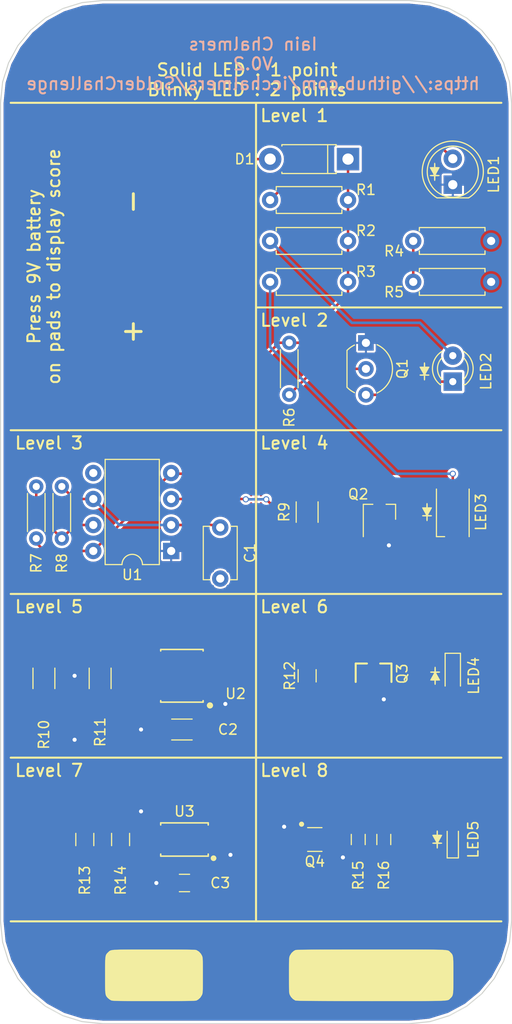
<source format=kicad_pcb>
(kicad_pcb (version 20171130) (host pcbnew "(5.0.0)")
  (layers (0 F.Cu signal) (31 B.Cu signal) (34 B.Paste user) (35 F.Paste user) (36 B.SilkS user) (37 F.SilkS user) (38 B.Mask user) (39 F.Mask user) (44 Edge.Cuts user))
  (net 0 "")
  (net 1 +9V)
  (net 2 GND)
  (net 3 "Net-(C1-Pad1)")
  (net 4 "Net-(C2-Pad1)")
  (net 5 "Net-(C3-Pad1)")
  (net 6 VCC)
  (net 7 "Net-(LED1-Pad2)")
  (net 8 "Net-(LED2-Pad1)")
  (net 9 LED2_Vcc)
  (net 10 "Net-(LED3-Pad1)")
  (net 11 LED3_Vcc)
  (net 12 "Net-(LED4-Pad1)")
  (net 13 LED4_Vcc)
  (net 14 "Net-(LED5-Pad1)")
  (net 15 LED5_Vcc)
  (net 16 "Net-(Q4-Pad2)")
  (net 17 "Net-(Q4-Pad5)")
  (net 18 "Net-(Q1-PadG)")
  (net 19 "Net-(R7-Pad2)")
  (net 20 "Net-(Q2-PadG)")
  (net 21 "Net-(R10-Pad2)")
  (net 22 "Net-(Q3-PadG)")
  (net 23 "Net-(R13-Pad2)")
  (net 24 "Net-(U1-Pad5)")
  (net 25 "Net-(U2-Pad5)")
  (net 26 "Net-(U3-Pad5)")
  (module SolderChallenge:LED_D3.0mm (layer F.Cu) (at 94.25 87.25 90)
    (fp_text reference LED2 (at 1 3.25 270) (layer F.SilkS))
    (fp_text value LED)
    (pad 2 thru_hole circle (at 2.54 0 90) (size 1.8 1.8) (drill 0.7) (layers *.Cu *.Mask) (net 9 LED2_Vcc))
    (pad 1 thru_hole rect (at 0 0 90) (size 1.8 1.8) (drill 0.7) (layers *.Cu *.Mask) (net 8 "Net-(LED2-Pad1)"))
  )
  (module SolderChallenge:D_DO-41_SOD81_P7.62mm_Horizontal (layer F.Cu) (at 84 65.5 180)
    (fp_text reference D1 (at 10.12 0 180) (layer F.SilkS))
    (fp_text value DIODE)
    (pad A thru_hole oval (at 7.62 0 180) (size 2.2 2.2) (drill 1.1) (layers *.Cu *.Mask) (net 1 +9V))
    (pad C thru_hole rect (at 0 0 180) (size 2.2 2.2) (drill 1.1) (layers *.Cu *.Mask) (net 6 VCC))
  )
  (module SolderChallenge:C_Disc_D5.1mm_W3.2mm_P5.00mm (layer F.Cu) (at 71.5 101.5 270)
    (fp_text reference C1 (at 2.5 -2.91 270) (layer F.SilkS))
    (fp_text value 2.2u)
    (pad 1 thru_hole circle (at 0 0 270) (size 1.6 1.6) (drill 0.8) (layers *.Cu *.Mask) (net 3 "Net-(C1-Pad1)"))
    (pad 2 thru_hole circle (at 5 0 270) (size 1.6 1.6) (drill 0.8) (layers *.Cu *.Mask) (net 2 GND))
  )
  (module SolderChallenge:SOIC-8_3.9x4.9mm_Pitch1.27mm (layer F.Cu) (at 67.75 116 180)
    (fp_text reference U2 (at -5.25 -1.75 180) (layer F.SilkS))
    (fp_text value 555)
    (pad 8 smd rect (at 2.7 -1.905 180) (size 1.55 0.6) (layers F.Cu F.Paste F.Mask) (net 6 VCC))
    (pad 7 smd rect (at 2.7 -0.635 180) (size 1.55 0.6) (layers F.Cu F.Paste F.Mask) (net 21 "Net-(R10-Pad2)"))
    (pad 6 smd rect (at 2.7 0.635 180) (size 1.55 0.6) (layers F.Cu F.Paste F.Mask) (net 4 "Net-(C2-Pad1)"))
    (pad 5 smd rect (at 2.7 1.905 180) (size 1.55 0.6) (layers F.Cu F.Paste F.Mask) (net 25 "Net-(U2-Pad5)"))
    (pad 4 smd rect (at -2.7 1.905 180) (size 1.55 0.6) (layers F.Cu F.Paste F.Mask) (net 6 VCC))
    (pad 3 smd rect (at -2.7 0.635 180) (size 1.55 0.6) (layers F.Cu F.Paste F.Mask) (net 22 "Net-(Q3-PadG)"))
    (pad 2 smd rect (at -2.7 -0.635 180) (size 1.55 0.6) (layers F.Cu F.Paste F.Mask) (net 4 "Net-(C2-Pad1)"))
    (pad 1 smd rect (at -2.7 -1.905 180) (size 1.55 0.6) (layers F.Cu F.Paste F.Mask) (net 2 GND))
  )
  (module SolderChallenge:SOT-23_GSD_Nexperia_TO-236AB (layer F.Cu) (at 86.5 115.75 180)
    (fp_text reference Q3 (at -2.8 -0.05 90) (layer F.SilkS))
    (fp_text value MOS_N)
    (pad D smd rect (at 0 1 180) (size 0.6 0.7) (layers F.Cu F.Paste F.Mask) (net 12 "Net-(LED4-Pad1)"))
    (pad G smd rect (at 0.95 -1 180) (size 0.6 0.7) (layers F.Cu F.Paste F.Mask) (net 22 "Net-(Q3-PadG)"))
    (pad S smd rect (at -0.95 -1 180) (size 0.6 0.7) (layers F.Cu F.Paste F.Mask) (net 2 GND))
  )
  (module SolderChallenge:TSSOP-8_4.4x3mm_Pitch0.65mm (layer F.Cu) (at 68 132 180)
    (fp_text reference U3 (at 0 2.75 180) (layer F.SilkS))
    (fp_text value 555)
    (pad 1 smd rect (at -2.95 -0.975 180) (size 1.45 0.45) (layers F.Cu F.Paste F.Mask) (net 2 GND))
    (pad 2 smd rect (at -2.95 -0.325 180) (size 1.45 0.45) (layers F.Cu F.Paste F.Mask) (net 5 "Net-(C3-Pad1)"))
    (pad 3 smd rect (at -2.95 0.325 180) (size 1.45 0.45) (layers F.Cu F.Paste F.Mask) (net 17 "Net-(Q4-Pad5)"))
    (pad 4 smd rect (at -2.95 0.975 180) (size 1.45 0.45) (layers F.Cu F.Paste F.Mask) (net 6 VCC))
    (pad 5 smd rect (at 2.95 0.975 180) (size 1.45 0.45) (layers F.Cu F.Paste F.Mask) (net 26 "Net-(U3-Pad5)"))
    (pad 6 smd rect (at 2.95 0.325 180) (size 1.45 0.45) (layers F.Cu F.Paste F.Mask) (net 5 "Net-(C3-Pad1)"))
    (pad 7 smd rect (at 2.95 -0.325 180) (size 1.45 0.45) (layers F.Cu F.Paste F.Mask) (net 23 "Net-(R13-Pad2)"))
    (pad 8 smd rect (at 2.95 -0.975 180) (size 1.45 0.45) (layers F.Cu F.Paste F.Mask) (net 6 VCC))
  )
  (module SolderChallenge:0803_diode_silk (layer F.Cu) (at 92.5 66.75 270)
    (fp_text reference G*** hide)
    (fp_text value LOGO hide)
  )
  (module SolderChallenge:0803_diode_silk (layer F.Cu) (at 91.5 86.25 270)
    (fp_text reference G*** hide)
    (fp_text value LOGO hide)
  )
  (module SolderChallenge:0803_diode_silk (layer F.Cu) (at 91.75 100 270)
    (fp_text reference G*** hide)
    (fp_text value LOGO hide)
  )
  (module SolderChallenge:0803_diode_silk (layer F.Cu) (at 92.75 132 270)
    (fp_text reference G*** hide)
    (fp_text value LOGO hide)
  )
  (module SolderChallenge:0803_diode_silk (layer F.Cu) (at 92.5 116 90)
    (fp_text reference G*** hide)
    (fp_text value LOGO hide)
  )
  (module SolderChallenge:SOT-363_SC-70-6_Handsoldering (layer F.Cu) (at 80.75 132)
    (fp_text reference Q4 (at 0 2.159) (layer F.SilkS))
    (fp_text value MOS_N_x2 hide)
    (pad 1 smd rect (at -1.33 -0.65) (size 1.5 0.4) (layers F.Cu F.Paste F.Mask) (net 2 GND))
    (pad 2 smd rect (at -1.33 0) (size 1.5 0.4) (layers F.Cu F.Paste F.Mask) (net 16 "Net-(Q4-Pad2)"))
    (pad 3 smd rect (at -1.33 0.65) (size 1.5 0.4) (layers F.Cu F.Paste F.Mask) (net 16 "Net-(Q4-Pad2)"))
    (pad 4 smd rect (at 1.33 0.65) (size 1.5 0.4) (layers F.Cu F.Paste F.Mask) (net 2 GND))
    (pad 5 smd rect (at 1.33 0) (size 1.5 0.4) (layers F.Cu F.Paste F.Mask) (net 17 "Net-(Q4-Pad5)"))
    (pad 6 smd rect (at 1.33 -0.65) (size 1.5 0.4) (layers F.Cu F.Paste F.Mask) (net 14 "Net-(LED5-Pad1)"))
    (pad 7 connect circle (at -1.2954 -1.4986) (size 0.5 0.5) (layers F.SilkS))
  )
  (module SolderChallenge:PointsTime_writing (layer F.Cu) (at 77.25 145.25)
    (fp_text reference G*** hide)
    (fp_text value LOGO hide)
  )
  (module SolderChallenge:PointsTime (layer F.Cu) (at 75 145)
    (fp_text reference G*** hide)
    (fp_text value LOGO hide)
  )
  (module SolderChallenge:Title (layer F.Cu) (at 74.7 53.6)
    (fp_text reference G*** hide)
    (fp_text value LOGO hide)
  )
  (module SolderChallenge:SOT-23_GSD_Handsoldering (layer F.Cu) (at 87.075 100 90)
    (fp_text reference Q2 (at 1.75 -2.075 180) (layer F.SilkS))
    (fp_text value MOS_N hide)
    (pad G smd rect (at -1.5 -0.95 90) (size 1.9 0.8) (layers F.Cu F.Paste F.Mask) (net 20 "Net-(Q2-PadG)"))
    (pad S smd rect (at -1.5 0.95 90) (size 1.9 0.8) (layers F.Cu F.Paste F.Mask) (net 2 GND))
    (pad D smd rect (at 1.5 0 90) (size 1.9 0.8) (layers F.Cu F.Paste F.Mask) (net 10 "Net-(LED3-Pad1)"))
  )
  (module SolderChallenge:DIP-8_W7.62mm (layer F.Cu) (at 66.7 103.8 180)
    (fp_text reference U1 (at 3.81 -2.33 180) (layer F.SilkS))
    (fp_text value 555)
    (pad 1 thru_hole rect (at 0 0 180) (size 1.6 1.6) (drill 0.8) (layers *.Cu *.Mask) (net 2 GND))
    (pad 5 thru_hole oval (at 7.62 7.62 180) (size 1.6 1.6) (drill 0.8) (layers *.Cu *.Mask) (net 24 "Net-(U1-Pad5)"))
    (pad 2 thru_hole oval (at 0 2.54 180) (size 1.6 1.6) (drill 0.8) (layers *.Cu *.Mask) (net 3 "Net-(C1-Pad1)"))
    (pad 6 thru_hole oval (at 7.62 5.08 180) (size 1.6 1.6) (drill 0.8) (layers *.Cu *.Mask) (net 3 "Net-(C1-Pad1)"))
    (pad 3 thru_hole oval (at 0 5.08 180) (size 1.6 1.6) (drill 0.8) (layers *.Cu *.Mask) (net 20 "Net-(Q2-PadG)"))
    (pad 7 thru_hole oval (at 7.62 2.54 180) (size 1.6 1.6) (drill 0.8) (layers *.Cu *.Mask) (net 19 "Net-(R7-Pad2)"))
    (pad 4 thru_hole oval (at 0 7.62 180) (size 1.6 1.6) (drill 0.8) (layers *.Cu *.Mask) (net 6 VCC))
    (pad 8 thru_hole oval (at 7.62 0 180) (size 1.6 1.6) (drill 0.8) (layers *.Cu *.Mask) (net 6 VCC))
  )
  (module SolderChallenge:R_0603_HandSoldering (layer F.Cu) (at 87.5 132 270)
    (fp_text reference R16 (at 3.5 0 270) (layer F.SilkS))
    (fp_text value 100k)
    (pad 1 smd rect (at -1.1 0 270) (size 1.2 0.9) (layers F.Cu F.Paste F.Mask) (net 16 "Net-(Q4-Pad2)"))
    (pad 2 smd rect (at 1.1 0 270) (size 1.2 0.9) (layers F.Cu F.Paste F.Mask) (net 6 VCC))
  )
  (module SolderChallenge:R_0603_HandSoldering (layer F.Cu) (at 85 132 270)
    (fp_text reference R15 (at 3.5 0 270) (layer F.SilkS))
    (fp_text value 100k)
    (pad 1 smd rect (at -1.1 0 270) (size 1.2 0.9) (layers F.Cu F.Paste F.Mask) (net 17 "Net-(Q4-Pad5)"))
    (pad 2 smd rect (at 1.1 0 270) (size 1.2 0.9) (layers F.Cu F.Paste F.Mask) (net 6 VCC))
  )
  (module SolderChallenge:R_0805_HandSoldering (layer F.Cu) (at 61.75 132 90)
    (fp_text reference R14 (at -4 0 90) (layer F.SilkS))
    (fp_text value 100k)
    (pad 1 smd rect (at -1.35 0 90) (size 1.5 1.3) (layers F.Cu F.Paste F.Mask) (net 23 "Net-(R13-Pad2)"))
    (pad 2 smd rect (at 1.35 0 90) (size 1.5 1.3) (layers F.Cu F.Paste F.Mask) (net 5 "Net-(C3-Pad1)"))
  )
  (module SolderChallenge:R_0805_HandSoldering (layer F.Cu) (at 58.25 132 270)
    (fp_text reference R13 (at 4 0 270) (layer F.SilkS))
    (fp_text value 100k)
    (pad 1 smd rect (at -1.35 0 270) (size 1.5 1.3) (layers F.Cu F.Paste F.Mask) (net 6 VCC))
    (pad 2 smd rect (at 1.35 0 270) (size 1.5 1.3) (layers F.Cu F.Paste F.Mask) (net 23 "Net-(R13-Pad2)"))
  )
  (module SolderChallenge:R_0805_HandSoldering (layer F.Cu) (at 80 116 90)
    (fp_text reference R12 (at 0 -1.7 90) (layer F.SilkS))
    (fp_text value 100k)
    (pad 1 smd rect (at -1.35 0 90) (size 1.5 1.3) (layers F.Cu F.Paste F.Mask) (net 22 "Net-(Q3-PadG)"))
    (pad 2 smd rect (at 1.35 0 90) (size 1.5 1.3) (layers F.Cu F.Paste F.Mask) (net 6 VCC))
  )
  (module SolderChallenge:R_1206_HandSoldering (layer F.Cu) (at 59.75 116.25 90)
    (fp_text reference R11 (at -5.25 0 90) (layer F.SilkS))
    (fp_text value 100k)
    (pad 1 smd rect (at -2 0 90) (size 2 1.7) (layers F.Cu F.Paste F.Mask) (net 21 "Net-(R10-Pad2)"))
    (pad 2 smd rect (at 2 0 90) (size 2 1.7) (layers F.Cu F.Paste F.Mask) (net 4 "Net-(C2-Pad1)"))
  )
  (module SolderChallenge:R_1206_HandSoldering (layer F.Cu) (at 54.25 116.25 270)
    (fp_text reference R10 (at 5.5 0 270) (layer F.SilkS))
    (fp_text value 100k)
    (pad 1 smd rect (at -2 0 270) (size 2 1.7) (layers F.Cu F.Paste F.Mask) (net 6 VCC))
    (pad 2 smd rect (at 2 0 270) (size 2 1.7) (layers F.Cu F.Paste F.Mask) (net 21 "Net-(R10-Pad2)"))
  )
  (module SolderChallenge:R_1206_HandSoldering (layer F.Cu) (at 80 100 90)
    (fp_text reference R9 (at 0 -2.25 90) (layer F.SilkS))
    (fp_text value 100k)
    (pad 1 smd rect (at -2 0 90) (size 2 1.7) (layers F.Cu F.Paste F.Mask) (net 20 "Net-(Q2-PadG)"))
    (pad 2 smd rect (at 2 0 90) (size 2 1.7) (layers F.Cu F.Paste F.Mask) (net 6 VCC))
  )
  (module SolderChallenge:R_Axial_DIN0204_L3.6mm_D1.6mm_P5.08mm_Horizontal (layer F.Cu) (at 56 102.58 90)
    (fp_text reference R8 (at -2.42 0 90) (layer F.SilkS))
    (fp_text value 100k)
    (pad 1 thru_hole circle (at 0 0 90) (size 1.4 1.4) (drill 0.7) (layers *.Cu *.Mask) (net 19 "Net-(R7-Pad2)"))
    (pad 2 thru_hole oval (at 5.08 0 90) (size 1.4 1.4) (drill 0.7) (layers *.Cu *.Mask) (net 3 "Net-(C1-Pad1)"))
  )
  (module SolderChallenge:R_Axial_DIN0204_L3.6mm_D1.6mm_P5.08mm_Horizontal (layer F.Cu) (at 53.5 102.58 90)
    (fp_text reference R7 (at -2.42 0 90) (layer F.SilkS))
    (fp_text value 100k)
    (pad 1 thru_hole circle (at 0 0 90) (size 1.4 1.4) (drill 0.7) (layers *.Cu *.Mask) (net 6 VCC))
    (pad 2 thru_hole oval (at 5.08 0 90) (size 1.4 1.4) (drill 0.7) (layers *.Cu *.Mask) (net 19 "Net-(R7-Pad2)"))
  )
  (module SolderChallenge:R_Axial_DIN0204_L3.6mm_D1.6mm_P5.08mm_Horizontal (layer F.Cu) (at 78.25 83.45 270)
    (fp_text reference R6 (at 7.3 0 270) (layer F.SilkS))
    (fp_text value 100k)
    (pad 1 thru_hole circle (at 0 0 270) (size 1.4 1.4) (drill 0.7) (layers *.Cu *.Mask) (net 6 VCC))
    (pad 2 thru_hole oval (at 5.08 0 270) (size 1.4 1.4) (drill 0.7) (layers *.Cu *.Mask) (net 18 "Net-(Q1-PadG)"))
  )
  (module SolderChallenge:R_Axial_DIN0207_L6.3mm_D2.5mm_P7.62mm_Horizontal (layer F.Cu) (at 98 77.5 180)
    (fp_text reference R5 (at 9.5 -1 180) (layer F.SilkS))
    (fp_text value 390)
    (pad 1 thru_hole circle (at 0 0 180) (size 1.6 1.6) (drill 0.8) (layers *.Cu *.Mask) (net 15 LED5_Vcc))
    (pad 2 thru_hole oval (at 7.62 0 180) (size 1.6 1.6) (drill 0.8) (layers *.Cu *.Mask) (net 6 VCC))
  )
  (module SolderChallenge:R_Axial_DIN0207_L6.3mm_D2.5mm_P7.62mm_Horizontal (layer F.Cu) (at 98 73.5 180)
    (fp_text reference R4 (at 9.5 -1 180) (layer F.SilkS))
    (fp_text value 390)
    (pad 1 thru_hole circle (at 0 0 180) (size 1.6 1.6) (drill 0.8) (layers *.Cu *.Mask) (net 13 LED4_Vcc))
    (pad 2 thru_hole oval (at 7.62 0 180) (size 1.6 1.6) (drill 0.8) (layers *.Cu *.Mask) (net 6 VCC))
  )
  (module SolderChallenge:R_Axial_DIN0207_L6.3mm_D2.5mm_P7.62mm_Horizontal (layer F.Cu) (at 76.38 77.5)
    (fp_text reference R3 (at 9.37 -1) (layer F.SilkS))
    (fp_text value 390)
    (pad 1 thru_hole circle (at 0 0) (size 1.6 1.6) (drill 0.8) (layers *.Cu *.Mask) (net 11 LED3_Vcc))
    (pad 2 thru_hole oval (at 7.62 0) (size 1.6 1.6) (drill 0.8) (layers *.Cu *.Mask) (net 6 VCC))
  )
  (module SolderChallenge:R_Axial_DIN0207_L6.3mm_D2.5mm_P7.62mm_Horizontal (layer F.Cu) (at 76.38 73.5)
    (fp_text reference R2 (at 9.37 -1) (layer F.SilkS))
    (fp_text value 390)
    (pad 1 thru_hole circle (at 0 0) (size 1.6 1.6) (drill 0.8) (layers *.Cu *.Mask) (net 9 LED2_Vcc))
    (pad 2 thru_hole oval (at 7.62 0) (size 1.6 1.6) (drill 0.8) (layers *.Cu *.Mask) (net 6 VCC))
  )
  (module SolderChallenge:R_Axial_DIN0207_L6.3mm_D2.5mm_P7.62mm_Horizontal (layer F.Cu) (at 76.38 69.5)
    (fp_text reference R1 (at 9.37 -1) (layer F.SilkS))
    (fp_text value 390)
    (pad 1 thru_hole circle (at 0 0) (size 1.6 1.6) (drill 0.8) (layers *.Cu *.Mask) (net 7 "Net-(LED1-Pad2)"))
    (pad 2 thru_hole oval (at 7.62 0) (size 1.6 1.6) (drill 0.8) (layers *.Cu *.Mask) (net 6 VCC))
  )
  (module SolderChallenge:LED_0603_HandSoldering (layer F.Cu) (at 94.25 132 90)
    (fp_text reference LED5 (at 0 2 90) (layer F.SilkS))
    (fp_text value LED)
    (pad 1 smd rect (at -1.1 0 90) (size 1.2 0.9) (layers F.Cu F.Paste F.Mask) (net 14 "Net-(LED5-Pad1)"))
    (pad 2 smd rect (at 1.1 0 90) (size 1.2 0.9) (layers F.Cu F.Paste F.Mask) (net 15 LED5_Vcc))
  )
  (module SolderChallenge:LED_0805_HandSoldering (layer F.Cu) (at 94.25 116 270)
    (fp_text reference LED4 (at 0 -2.05 270) (layer F.SilkS))
    (fp_text value LED)
    (pad 1 smd rect (at -1.35 0 270) (size 1.5 1.3) (layers F.Cu F.Paste F.Mask) (net 12 "Net-(LED4-Pad1)"))
    (pad 2 smd rect (at 1.35 0 270) (size 1.5 1.3) (layers F.Cu F.Paste F.Mask) (net 13 LED4_Vcc))
  )
  (module SolderChallenge:LED_PLCC-2 (layer F.Cu) (at 94.25 100 90)
    (fp_text reference LED3 (at 0 2.75 90) (layer F.SilkS))
    (fp_text value LED)
    (pad 1 smd rect (at -1.5 0 90) (size 1.5 2.6) (layers F.Cu F.Paste F.Mask) (net 10 "Net-(LED3-Pad1)"))
    (pad 2 smd rect (at 1.5 0 90) (size 1.5 2.6) (layers F.Cu F.Paste F.Mask) (net 11 LED3_Vcc))
  )
  (module SolderChallenge:LED_D5.0mm (layer F.Cu) (at 94.25 68 90)
    (fp_text reference LED1 (at 1 4 270) (layer F.SilkS))
    (fp_text value LED)
    (pad 1 thru_hole rect (at 0 0 90) (size 1.8 1.8) (drill 0.9) (layers *.Cu *.Mask) (net 2 GND))
    (pad 2 thru_hole circle (at 2.54 0 90) (size 1.8 1.8) (drill 0.9) (layers *.Cu *.Mask) (net 7 "Net-(LED1-Pad2)"))
  )
  (module SolderChallenge:C_0805_HandSoldering (layer F.Cu) (at 68 136.25 180)
    (fp_text reference C3 (at -3.5 0 180) (layer F.SilkS))
    (fp_text value 2.2u)
    (pad 1 smd rect (at -1.25 0 180) (size 1.5 1.25) (layers F.Cu F.Paste F.Mask) (net 5 "Net-(C3-Pad1)"))
    (pad 2 smd rect (at 1.25 0 180) (size 1.5 1.25) (layers F.Cu F.Paste F.Mask) (net 2 GND))
  )
  (module SolderChallenge:C_1206_HandSoldering (layer F.Cu) (at 67.75 121.25 180)
    (fp_text reference C2 (at -4.5 0 180) (layer F.SilkS))
    (fp_text value 2.2u)
    (pad 1 smd rect (at -2 0 180) (size 2 1.6) (layers F.Cu F.Paste F.Mask) (net 4 "Net-(C2-Pad1)"))
    (pad 2 smd rect (at 2 0 180) (size 2 1.6) (layers F.Cu F.Paste F.Mask) (net 2 GND))
  )
  (module SolderChallenge:9V_bat_press_contact (layer F.Cu) (at 63 82.35 90)
    (fp_text reference BT1 hide)
    (fp_text value Battery hide)
    (fp_text user + (at 0 -0.15 90) (layer F.SilkS) (effects (font (size 2 2) (thickness 0.29))))
    (fp_text user - (at 12.7 -0.15 90) (layer F.SilkS) (effects (font (size 2 2) (thickness 0.29))))
    (pad 1 connect circle (at 0 0 90) (size 7.112 7.112) (layers F.Cu) (net 1 +9V))
    (pad 2 connect circle (at 12.7 0 90) (size 10.16 10.16) (layers F.Cu) (net 2 GND))
  )
  (module SolderChallenge:TO-92_Inline_Wide_SGD (layer F.Cu) (at 85.75 83.46 270)
    (fp_text reference Q1 (at 2.54 -3.56 90) (layer F.SilkS))
    (fp_text value MOS_N hide)
    (pad G thru_hole circle (at 2.54 0) (size 1.52 1.52) (drill 0.8) (layers *.Cu *.Mask) (net 18 "Net-(Q1-PadG)"))
    (pad D thru_hole circle (at 5.08 0) (size 1.52 1.52) (drill 0.8) (layers *.Cu *.Mask) (net 8 "Net-(LED2-Pad1)"))
    (pad S thru_hole rect (at 0 0) (size 1.52 1.52) (drill 0.8) (layers *.Cu *.Mask) (net 2 GND))
  )
  (gr_text "Iain Chalmers\nV0.2\nhttps://github.com/icchalmers/SolderChallenge" (at 74.7 56.2) (layer B.SilkS) (effects (font (size 1.2 1.2) (thickness 0.2)) (justify mirror)))
  (gr_text "Press 9V battery\non pads to display score" (at 54.25 76 90) (layer F.SilkS) (effects (font (size 1.2 1.2) (thickness 0.2))))
  (gr_text " Solid LED : 1 point\nBlinky LED : 2 points" (at 64.25 57.75) (layer F.SilkS) (effects (font (size 1.2 1.2) (thickness 0.2)) (justify left)))
  (gr_text "Level 8" (at 78.75 125.25) (layer F.SilkS) (effects (font (size 1.2 1.2) (thickness 0.2))))
  (gr_text "Level 7" (at 54.75 125.25) (layer F.SilkS) (effects (font (size 1.2 1.2) (thickness 0.2))))
  (gr_text "Level 6" (at 78.75 109.25) (layer F.SilkS) (effects (font (size 1.2 1.2) (thickness 0.2))))
  (gr_text "Level 5" (at 54.75 109.25) (layer F.SilkS) (effects (font (size 1.2 1.2) (thickness 0.2))))
  (gr_text "Level 4" (at 78.75 93.25) (layer F.SilkS) (effects (font (size 1.2 1.2) (thickness 0.2))))
  (gr_text "Level 3" (at 54.75 93.25) (layer F.SilkS) (effects (font (size 1.2 1.2) (thickness 0.2))))
  (gr_text "Level 1" (at 78.75 61.25) (layer F.SilkS) (effects (font (size 1.2 1.2) (thickness 0.2))))
  (gr_text "Level 2" (at 78.75 81.25) (layer F.SilkS) (effects (font (size 1.2 1.2) (thickness 0.2))))
  (gr_line (start 51 124) (end 99 124) (layer F.SilkS) (width 0.2))
  (gr_line (start 51 108) (end 99 108) (layer F.SilkS) (width 0.2))
  (gr_line (start 51 92) (end 99 92) (layer F.SilkS) (width 0.2))
  (gr_line (start 75 80) (end 99 80) (layer F.SilkS) (width 0.2))
  (gr_line (start 51 140) (end 99 140) (layer F.SilkS) (width 0.2))
  (gr_line (start 75 60) (end 75 140) (layer F.SilkS) (width 0.2))
  (gr_line (start 51 60) (end 99 60) (layer F.SilkS) (width 0.2))
  (gr_line (start 99.219883 56.101686) (end 99.80086 57.981101) (layer Edge.Cuts) (width 0.1))
  (gr_line (start 98.3 54.402741) (end 99.219883 56.101686) (layer Edge.Cuts) (width 0.1))
  (gr_line (start 97.080819 52.923874) (end 98.3 54.402741) (layer Edge.Cuts) (width 0.1))
  (gr_line (start 93.903004 50.784811) (end 95.601951 51.704694) (layer Edge.Cuts) (width 0.1))
  (gr_line (start 95.601951 51.704694) (end 97.080819 52.923874) (layer Edge.Cuts) (width 0.1))
  (gr_line (start 90.003314 50.001374) (end 92.023589 50.203835) (layer Edge.Cuts) (width 0.1))
  (gr_line (start 60.003328 50.001374) (end 90.003314 50.001374) (layer Edge.Cuts) (width 0.1))
  (gr_line (start 92.023589 50.203835) (end 93.903004 50.784811) (layer Edge.Cuts) (width 0.1))
  (gr_line (start 100.003321 60.001374) (end 100.003321 140.001364) (layer Edge.Cuts) (width 0.1))
  (gr_line (start 99.80086 57.981101) (end 100.003321 60.001374) (layer Edge.Cuts) (width 0.1))
  (gr_line (start 54.404691 51.704694) (end 56.103638 50.784811) (layer Edge.Cuts) (width 0.1))
  (gr_line (start 54.404691 148.298051) (end 52.925823 147.078869) (layer Edge.Cuts) (width 0.1))
  (gr_line (start 56.103638 50.784811) (end 57.983053 50.203835) (layer Edge.Cuts) (width 0.1))
  (gr_line (start 50.003321 60.001374) (end 50.205782 57.981101) (layer Edge.Cuts) (width 0.1))
  (gr_line (start 50.205782 142.021638) (end 50.003321 140.001364) (layer Edge.Cuts) (width 0.1))
  (gr_line (start 57.983053 149.798913) (end 56.103638 149.217935) (layer Edge.Cuts) (width 0.1))
  (gr_line (start 50.205782 57.981101) (end 50.786759 56.101686) (layer Edge.Cuts) (width 0.1))
  (gr_line (start 51.706642 145.6) (end 50.786759 143.901053) (layer Edge.Cuts) (width 0.1))
  (gr_line (start 60.003328 50.001374) (end 60.003328 50.001374) (layer Edge.Cuts) (width 0.1))
  (gr_line (start 52.925823 52.923874) (end 54.404691 51.704694) (layer Edge.Cuts) (width 0.1))
  (gr_line (start 92.023589 149.798913) (end 90.003314 150.001374) (layer Edge.Cuts) (width 0.1))
  (gr_line (start 52.925823 147.078869) (end 51.706642 145.6) (layer Edge.Cuts) (width 0.1))
  (gr_line (start 95.601951 148.298051) (end 93.903004 149.217935) (layer Edge.Cuts) (width 0.1))
  (gr_line (start 99.80086 142.021638) (end 99.219883 143.901053) (layer Edge.Cuts) (width 0.1))
  (gr_line (start 51.706642 54.402741) (end 52.925823 52.923874) (layer Edge.Cuts) (width 0.1))
  (gr_line (start 50.786759 143.901053) (end 50.205782 142.021638) (layer Edge.Cuts) (width 0.1))
  (gr_line (start 100.003321 140.001364) (end 99.80086 142.021638) (layer Edge.Cuts) (width 0.1))
  (gr_line (start 50.786759 56.101686) (end 51.706642 54.402741) (layer Edge.Cuts) (width 0.1))
  (gr_line (start 60.003328 150.001374) (end 57.983053 149.798913) (layer Edge.Cuts) (width 0.1))
  (gr_line (start 93.903004 149.217935) (end 92.023589 149.798913) (layer Edge.Cuts) (width 0.1))
  (gr_line (start 57.983053 50.203835) (end 60.003328 50.001374) (layer Edge.Cuts) (width 0.1))
  (gr_line (start 50.003321 140.001364) (end 50.003321 60.001374) (layer Edge.Cuts) (width 0.1))
  (gr_line (start 99.219883 143.901053) (end 98.3 145.6) (layer Edge.Cuts) (width 0.1))
  (gr_line (start 97.080819 147.078869) (end 95.601951 148.298051) (layer Edge.Cuts) (width 0.1))
  (gr_line (start 90.003314 150.001374) (end 60.003328 150.001374) (layer Edge.Cuts) (width 0.1))
  (gr_line (start 56.103638 149.217935) (end 54.404691 148.298051) (layer Edge.Cuts) (width 0.1))
  (gr_line (start 98.3 145.6) (end 97.080819 147.078869) (layer Edge.Cuts) (width 0.1))
  (segment (start 67.95 82.35) (end 63 82.35) (width 0.25) (layer F.Cu) (net 1))
  (segment (start 70.6 79.7) (end 67.95 82.35) (width 0.25) (layer F.Cu) (net 1))
  (segment (start 70.6 68) (end 70.6 79.7) (width 0.25) (layer F.Cu) (net 1))
  (segment (start 76.38 65.5) (end 73.1 65.5) (width 0.25) (layer F.Cu) (net 1))
  (segment (start 73.1 65.5) (end 70.6 68) (width 0.25) (layer F.Cu) (net 1))
  (segment (start 81.7 132.65) (end 83.15 132.65) (width 0.25) (layer F.Cu) (net 2))
  (segment (start 83.15 132.65) (end 83.5 133) (width 0.25) (layer F.Cu) (net 2))
  (segment (start 83.5 133) (end 83.5 133.75) (width 0.25) (layer F.Cu) (net 2))
  (segment (start 79.42 131.35) (end 78.35 131.35) (width 0.25) (layer F.Cu) (net 2))
  (segment (start 78.35 131.35) (end 77.75 130.75) (width 0.25) (layer F.Cu) (net 2))
  (via (at 77.75 130.75) (size 0.6) (drill 0.4) (layers F.Cu B.Cu) (net 2))
  (segment (start 79.42 131.35) (end 79.1 131.35) (width 0.25) (layer F.Cu) (net 2))
  (via (at 83.5 133.75) (size 0.6) (drill 0.4) (layers F.Cu B.Cu) (net 2))
  (segment (start 65.25 136.25) (end 65.25 130.75) (width 0.25) (layer B.Cu) (net 2))
  (segment (start 65.25 130.75) (end 63.75 129.25) (width 0.25) (layer B.Cu) (net 2))
  (via (at 63.75 129.25) (size 0.6) (drill 0.4) (layers F.Cu B.Cu) (net 2))
  (segment (start 57.25 116) (end 57.25 122.25) (width 0.25) (layer B.Cu) (net 2))
  (via (at 57.25 122.25) (size 0.6) (drill 0.4) (layers F.Cu B.Cu) (net 2))
  (segment (start 63.75 121.25) (end 62.5 121.25) (width 0.25) (layer B.Cu) (net 2))
  (segment (start 62.5 121.25) (end 57.25 116) (width 0.25) (layer B.Cu) (net 2))
  (via (at 57.25 116) (size 0.6) (drill 0.4) (layers F.Cu B.Cu) (net 2))
  (segment (start 70.45 117.905) (end 71.655 117.905) (width 0.25) (layer F.Cu) (net 2))
  (segment (start 71.655 117.905) (end 72 118.25) (width 0.25) (layer F.Cu) (net 2))
  (segment (start 72 118.25) (end 72 118.75) (width 0.25) (layer F.Cu) (net 2))
  (segment (start 70.95 132.975) (end 71.975 132.975) (width 0.25) (layer F.Cu) (net 2))
  (segment (start 71.975 132.975) (end 72.5 133.5) (width 0.25) (layer F.Cu) (net 2))
  (via (at 72.5 133.5) (size 0.6) (drill 0.4) (layers F.Cu B.Cu) (net 2))
  (segment (start 66.75 136.25) (end 65.25 136.25) (width 0.25) (layer F.Cu) (net 2))
  (via (at 65.25 136.25) (size 0.6) (drill 0.4) (layers F.Cu B.Cu) (net 2))
  (segment (start 65.75 121.25) (end 63.75 121.25) (width 0.25) (layer F.Cu) (net 2))
  (via (at 63.75 121.25) (size 0.6) (drill 0.4) (layers F.Cu B.Cu) (net 2))
  (via (at 72 118.75) (size 0.6) (drill 0.4) (layers F.Cu B.Cu) (net 2))
  (segment (start 88.025 101.5) (end 88.025 103.225) (width 0.25) (layer F.Cu) (net 2))
  (segment (start 88.025 103.225) (end 88 103.25) (width 0.25) (layer F.Cu) (net 2))
  (via (at 88 103.25) (size 0.6) (drill 0.4) (layers F.Cu B.Cu) (net 2))
  (via (at 87.5 118.3) (size 0.6) (drill 0.4) (layers F.Cu B.Cu) (net 2))
  (segment (start 87.45 116.75) (end 87.45 118.25) (width 0.25) (layer F.Cu) (net 2))
  (segment (start 87.45 118.25) (end 87.5 118.3) (width 0.25) (layer F.Cu) (net 2))
  (segment (start 59.08 98.72) (end 61.62 101.26) (width 0.25) (layer B.Cu) (net 3))
  (segment (start 61.62 101.26) (end 66.7 101.26) (width 0.25) (layer B.Cu) (net 3))
  (segment (start 56 97.5) (end 57.22 98.72) (width 0.25) (layer F.Cu) (net 3))
  (segment (start 57.22 98.72) (end 59.08 98.72) (width 0.25) (layer F.Cu) (net 3))
  (segment (start 71.26 101.26) (end 71.5 101.5) (width 0.25) (layer F.Cu) (net 3))
  (segment (start 66.7 101.26) (end 71.26 101.26) (width 0.25) (layer F.Cu) (net 3))
  (segment (start 69.75 121.25) (end 68.5 121.25) (width 0.25) (layer F.Cu) (net 4))
  (segment (start 68.5 121.25) (end 67.345 120.095) (width 0.25) (layer F.Cu) (net 4))
  (segment (start 67.345 120.095) (end 67.345 116.635) (width 0.25) (layer F.Cu) (net 4))
  (segment (start 65.05 115.365) (end 66.075 115.365) (width 0.25) (layer F.Cu) (net 4))
  (segment (start 67.345 116.635) (end 69.425 116.635) (width 0.25) (layer F.Cu) (net 4))
  (segment (start 69.425 116.635) (end 70.45 116.635) (width 0.25) (layer F.Cu) (net 4))
  (segment (start 66.075 115.365) (end 67.345 116.635) (width 0.25) (layer F.Cu) (net 4))
  (segment (start 59.75 114.25) (end 60.85 114.25) (width 0.25) (layer F.Cu) (net 4))
  (segment (start 60.85 114.25) (end 61.965 115.365) (width 0.25) (layer F.Cu) (net 4))
  (segment (start 61.965 115.365) (end 64.025 115.365) (width 0.25) (layer F.Cu) (net 4))
  (segment (start 64.025 115.365) (end 65.05 115.365) (width 0.25) (layer F.Cu) (net 4))
  (segment (start 61.75 130.65) (end 62.65 130.65) (width 0.25) (layer F.Cu) (net 5))
  (segment (start 62.65 130.65) (end 63.675 131.675) (width 0.25) (layer F.Cu) (net 5))
  (segment (start 63.675 131.675) (end 65.05 131.675) (width 0.25) (layer F.Cu) (net 5))
  (segment (start 68.075 132.325) (end 68.075 135.825) (width 0.25) (layer F.Cu) (net 5))
  (segment (start 68.075 135.825) (end 68.5 136.25) (width 0.25) (layer F.Cu) (net 5))
  (segment (start 68.5 136.25) (end 69.25 136.25) (width 0.25) (layer F.Cu) (net 5))
  (segment (start 70.95 132.325) (end 68.075 132.325) (width 0.25) (layer F.Cu) (net 5))
  (segment (start 68.075 132.325) (end 67.425 131.675) (width 0.25) (layer F.Cu) (net 5))
  (segment (start 67.425 131.675) (end 66.025 131.675) (width 0.25) (layer F.Cu) (net 5))
  (segment (start 66.025 131.675) (end 65.05 131.675) (width 0.25) (layer F.Cu) (net 5))
  (segment (start 70.45 114.095) (end 71.405 114.095) (width 0.25) (layer F.Cu) (net 6))
  (segment (start 71.405 114.095) (end 72.25 113.25) (width 0.25) (layer F.Cu) (net 6))
  (segment (start 72.25 113.25) (end 72.25 112.25) (width 0.25) (layer F.Cu) (net 6))
  (segment (start 58.25 128.5) (end 58.25 124) (width 0.25) (layer F.Cu) (net 6))
  (segment (start 67.45 128.5) (end 69.975 131.025) (width 0.25) (layer F.Cu) (net 6))
  (segment (start 58.25 130.65) (end 58.25 128.5) (width 0.25) (layer F.Cu) (net 6))
  (segment (start 58.25 128.5) (end 67.45 128.5) (width 0.25) (layer F.Cu) (net 6))
  (segment (start 69.975 131.025) (end 70.95 131.025) (width 0.25) (layer F.Cu) (net 6))
  (segment (start 54 124) (end 58.25 124) (width 0.25) (layer F.Cu) (net 6))
  (segment (start 58.25 124) (end 59.999002 124) (width 0.25) (layer F.Cu) (net 6))
  (segment (start 59.999002 124) (end 62.75 121.249002) (width 0.25) (layer F.Cu) (net 6))
  (segment (start 52.5 122.5) (end 54 124) (width 0.25) (layer F.Cu) (net 6))
  (segment (start 52.5 116.15) (end 52.5 122.5) (width 0.25) (layer F.Cu) (net 6))
  (segment (start 54.25 114.25) (end 54.25 114.4) (width 0.25) (layer F.Cu) (net 6))
  (segment (start 54.25 114.4) (end 52.5 116.15) (width 0.25) (layer F.Cu) (net 6))
  (segment (start 86.75 135) (end 87.5 134.25) (width 0.25) (layer F.Cu) (net 6))
  (segment (start 87.5 134.25) (end 87.5 133.1) (width 0.25) (layer F.Cu) (net 6))
  (segment (start 85 135) (end 86.75 135) (width 0.25) (layer F.Cu) (net 6))
  (segment (start 82.5 137.5) (end 85 135) (width 0.25) (layer F.Cu) (net 6))
  (segment (start 85 135) (end 85 133.1) (width 0.25) (layer F.Cu) (net 6))
  (segment (start 65.500998 137.5) (end 82.5 137.5) (width 0.25) (layer F.Cu) (net 6))
  (segment (start 62.75 134.75) (end 62.750998 134.75) (width 0.25) (layer F.Cu) (net 6))
  (segment (start 62.750998 134.75) (end 65.500998 137.5) (width 0.25) (layer F.Cu) (net 6))
  (segment (start 57 131.25) (end 57 134.5) (width 0.25) (layer F.Cu) (net 6))
  (segment (start 57.25 134.75) (end 62.75 134.75) (width 0.25) (layer F.Cu) (net 6))
  (segment (start 57 134.5) (end 57.25 134.75) (width 0.25) (layer F.Cu) (net 6))
  (segment (start 58.25 130.65) (end 57.6 130.65) (width 0.25) (layer F.Cu) (net 6))
  (segment (start 57.6 130.65) (end 57 131.25) (width 0.25) (layer F.Cu) (net 6))
  (segment (start 63.5 133.55) (end 64.075 132.975) (width 0.25) (layer F.Cu) (net 6))
  (segment (start 62.75 134.75) (end 63.5 134) (width 0.25) (layer F.Cu) (net 6))
  (segment (start 63.5 134) (end 63.5 133.55) (width 0.25) (layer F.Cu) (net 6))
  (segment (start 64.075 132.975) (end 65.05 132.975) (width 0.25) (layer F.Cu) (net 6))
  (segment (start 78.75 112.25) (end 80 113.5) (width 0.25) (layer F.Cu) (net 6))
  (segment (start 80 113.5) (end 80 114.65) (width 0.25) (layer F.Cu) (net 6))
  (segment (start 75 112.25) (end 78.75 112.25) (width 0.25) (layer F.Cu) (net 6))
  (segment (start 56.1 112.25) (end 72.25 112.25) (width 0.25) (layer F.Cu) (net 6))
  (segment (start 72.25 112.25) (end 75 112.25) (width 0.25) (layer F.Cu) (net 6))
  (segment (start 75 111) (end 75 112.25) (width 0.25) (layer F.Cu) (net 6))
  (segment (start 54.25 114.25) (end 54.25 114.1) (width 0.25) (layer F.Cu) (net 6))
  (segment (start 54.25 114.1) (end 56.1 112.25) (width 0.25) (layer F.Cu) (net 6))
  (segment (start 62.75 119.18) (end 62.75 121.249002) (width 0.25) (layer F.Cu) (net 6))
  (segment (start 65.05 117.905) (end 64.025 117.905) (width 0.25) (layer F.Cu) (net 6))
  (segment (start 64.025 117.905) (end 62.75 119.18) (width 0.25) (layer F.Cu) (net 6))
  (segment (start 75 96.25) (end 75 111) (width 0.25) (layer F.Cu) (net 6))
  (segment (start 53.5 102.58) (end 53.5 103) (width 0.25) (layer F.Cu) (net 6))
  (segment (start 53.5 103) (end 54.3 103.8) (width 0.25) (layer F.Cu) (net 6))
  (segment (start 54.3 103.8) (end 57.94863 103.8) (width 0.25) (layer F.Cu) (net 6))
  (segment (start 57.94863 103.8) (end 59.08 103.8) (width 0.25) (layer F.Cu) (net 6))
  (segment (start 66.7 96.18) (end 59.08 103.8) (width 0.25) (layer F.Cu) (net 6))
  (segment (start 66.7 96.18) (end 66.77 96.25) (width 0.25) (layer F.Cu) (net 6))
  (segment (start 66.77 96.25) (end 75 96.25) (width 0.25) (layer F.Cu) (net 6))
  (segment (start 80 98) (end 80 96.75) (width 0.25) (layer F.Cu) (net 6))
  (segment (start 79.5 96.25) (end 75 96.25) (width 0.25) (layer F.Cu) (net 6))
  (segment (start 80 96.75) (end 79.5 96.25) (width 0.25) (layer F.Cu) (net 6))
  (segment (start 75 94.5) (end 75 96.25) (width 0.25) (layer F.Cu) (net 6))
  (segment (start 75 85.710051) (end 75 94.5) (width 0.25) (layer F.Cu) (net 6))
  (segment (start 78.25 83.45) (end 77.260051 83.45) (width 0.25) (layer F.Cu) (net 6))
  (segment (start 77.260051 83.45) (end 75 85.710051) (width 0.25) (layer F.Cu) (net 6))
  (segment (start 78.25 83.45) (end 79.239949 83.45) (width 0.25) (layer F.Cu) (net 6))
  (segment (start 79.239949 83.45) (end 84 78.689949) (width 0.25) (layer F.Cu) (net 6))
  (segment (start 84 78.689949) (end 84 78.63137) (width 0.25) (layer F.Cu) (net 6))
  (segment (start 84 78.63137) (end 84 77.5) (width 0.25) (layer F.Cu) (net 6))
  (segment (start 90.38 75.5) (end 90.38 77.5) (width 0.25) (layer F.Cu) (net 6))
  (segment (start 90.38 74.63137) (end 90.38 75.5) (width 0.25) (layer F.Cu) (net 6))
  (segment (start 84 73.5) (end 84 75.5) (width 0.25) (layer F.Cu) (net 6))
  (segment (start 90.38 75.5) (end 84 75.5) (width 0.25) (layer F.Cu) (net 6))
  (segment (start 84 75.5) (end 84 77.5) (width 0.25) (layer F.Cu) (net 6))
  (segment (start 90.38 73.5) (end 90.38 74.63137) (width 0.25) (layer F.Cu) (net 6))
  (segment (start 84 69.5) (end 84 73.5) (width 0.25) (layer F.Cu) (net 6))
  (segment (start 84 69.5) (end 84 65.5) (width 0.25) (layer F.Cu) (net 6))
  (segment (start 76.38 69.5) (end 82.38 63.5) (width 0.25) (layer F.Cu) (net 7))
  (segment (start 82.38 63.5) (end 92.29 63.5) (width 0.25) (layer F.Cu) (net 7))
  (segment (start 92.29 63.5) (end 93.350001 64.560001) (width 0.25) (layer F.Cu) (net 7))
  (segment (start 93.350001 64.560001) (end 94.25 65.46) (width 0.25) (layer F.Cu) (net 7))
  (segment (start 89.71 88.54) (end 91 87.25) (width 0.25) (layer F.Cu) (net 8))
  (segment (start 91 87.25) (end 94.25 87.25) (width 0.25) (layer F.Cu) (net 8))
  (segment (start 85.75 88.54) (end 89.71 88.54) (width 0.25) (layer F.Cu) (net 8))
  (segment (start 94.23 87.27) (end 94.25 87.25) (width 0.25) (layer F.Cu) (net 8))
  (segment (start 76.38 73.5) (end 84.38 81.5) (width 0.25) (layer B.Cu) (net 9))
  (segment (start 84.38 81.5) (end 91.04 81.5) (width 0.25) (layer B.Cu) (net 9))
  (segment (start 91.04 81.5) (end 94.25 84.71) (width 0.25) (layer B.Cu) (net 9))
  (segment (start 94.23 84.73) (end 94.25 84.73) (width 0.25) (layer B.Cu) (net 9))
  (segment (start 87.075 98.5) (end 87.075 97.175) (width 0.25) (layer F.Cu) (net 10))
  (segment (start 87.075 97.175) (end 87.5 96.75) (width 0.25) (layer F.Cu) (net 10))
  (segment (start 87.5 96.75) (end 88.75 96.75) (width 0.25) (layer F.Cu) (net 10))
  (segment (start 93.75 103.25) (end 94.25 102.75) (width 0.25) (layer F.Cu) (net 10))
  (segment (start 88.75 96.75) (end 90.25 98.25) (width 0.25) (layer F.Cu) (net 10))
  (segment (start 90.25 98.25) (end 90.25 101.25) (width 0.25) (layer F.Cu) (net 10))
  (segment (start 90.25 101.25) (end 92.25 103.25) (width 0.25) (layer F.Cu) (net 10))
  (segment (start 92.25 103.25) (end 93.75 103.25) (width 0.25) (layer F.Cu) (net 10))
  (segment (start 94.25 102.75) (end 94.25 101.5) (width 0.25) (layer F.Cu) (net 10))
  (segment (start 94.25 96.25) (end 94.25 98.5) (width 0.25) (layer F.Cu) (net 11))
  (segment (start 88.75 96.25) (end 94.25 96.25) (width 0.25) (layer B.Cu) (net 11))
  (segment (start 76.38 83.88) (end 88.75 96.25) (width 0.25) (layer B.Cu) (net 11))
  (via (at 94.25 96.25) (size 0.6) (drill 0.4) (layers F.Cu B.Cu) (net 11))
  (segment (start 76.38 77.5) (end 76.38 83.88) (width 0.25) (layer B.Cu) (net 11))
  (segment (start 94.25 113.45) (end 94.25 114.65) (width 0.25) (layer F.Cu) (net 12))
  (segment (start 93.9 113.1) (end 94.25 113.45) (width 0.25) (layer F.Cu) (net 12))
  (segment (start 87.55 113.1) (end 93.9 113.1) (width 0.25) (layer F.Cu) (net 12))
  (segment (start 86.5 114.75) (end 86.5 114.15) (width 0.25) (layer F.Cu) (net 12))
  (segment (start 86.5 114.15) (end 87.55 113.1) (width 0.25) (layer F.Cu) (net 12))
  (segment (start 98 73.5) (end 98 74.75) (width 0.25) (layer F.Cu) (net 13))
  (segment (start 98 74.75) (end 96.75 76) (width 0.25) (layer F.Cu) (net 13))
  (segment (start 96.75 76) (end 96.75 85.396998) (width 0.25) (layer F.Cu) (net 13))
  (segment (start 96.75 85.396998) (end 96.765001 85.411999) (width 0.25) (layer F.Cu) (net 13))
  (segment (start 96.765001 85.411999) (end 96.765001 86.588001) (width 0.25) (layer F.Cu) (net 13))
  (segment (start 96.765001 86.588001) (end 96.75 86.603002) (width 0.25) (layer F.Cu) (net 13))
  (segment (start 96.75 86.603002) (end 96.75 109.5) (width 0.25) (layer F.Cu) (net 13))
  (segment (start 96.75 109.5) (end 96.75 109.75) (width 0.25) (layer F.Cu) (net 13))
  (segment (start 96.75 118.45) (end 96.75 109.5) (width 0.25) (layer F.Cu) (net 13))
  (segment (start 96.1 119.1) (end 96.75 118.45) (width 0.25) (layer F.Cu) (net 13))
  (segment (start 95 119.1) (end 96.1 119.1) (width 0.25) (layer F.Cu) (net 13))
  (segment (start 94.25 117.35) (end 94.25 118.35) (width 0.25) (layer F.Cu) (net 13))
  (segment (start 94.25 118.35) (end 95 119.1) (width 0.25) (layer F.Cu) (net 13))
  (segment (start 81.7 131.35) (end 83.6 131.35) (width 0.25) (layer F.Cu) (net 14))
  (segment (start 83.6 131.35) (end 84.25 132) (width 0.25) (layer F.Cu) (net 14))
  (segment (start 93.55 133.1) (end 94.25 133.1) (width 0.25) (layer F.Cu) (net 14))
  (segment (start 84.25 132) (end 92.45 132) (width 0.25) (layer F.Cu) (net 14))
  (segment (start 92.45 132) (end 93.55 133.1) (width 0.25) (layer F.Cu) (net 14))
  (segment (start 98 77.5) (end 98 81.25) (width 0.25) (layer F.Cu) (net 15))
  (segment (start 98 81.25) (end 97.950001 81.299999) (width 0.25) (layer F.Cu) (net 15))
  (segment (start 97.5 81.75) (end 97.5 125) (width 0.25) (layer F.Cu) (net 15))
  (segment (start 97.950001 81.299999) (end 97.5 81.75) (width 0.25) (layer F.Cu) (net 15))
  (segment (start 94.25 128.25) (end 94.25 130.9) (width 0.25) (layer F.Cu) (net 15))
  (segment (start 97.5 125) (end 94.25 128.25) (width 0.25) (layer F.Cu) (net 15))
  (segment (start 77.75 132.25) (end 77 131.5) (width 0.25) (layer F.Cu) (net 16))
  (segment (start 77 131.5) (end 77 130.574998) (width 0.25) (layer F.Cu) (net 16))
  (segment (start 85.75 129.5) (end 87.15 130.9) (width 0.25) (layer F.Cu) (net 16))
  (segment (start 77 130.574998) (end 78.074998 129.5) (width 0.25) (layer F.Cu) (net 16))
  (segment (start 78.074998 129.5) (end 85.75 129.5) (width 0.25) (layer F.Cu) (net 16))
  (segment (start 87.15 130.9) (end 87.5 130.9) (width 0.25) (layer F.Cu) (net 16))
  (segment (start 77.75 132.25) (end 78 132) (width 0.25) (layer F.Cu) (net 16))
  (segment (start 78 132) (end 79.42 132) (width 0.25) (layer F.Cu) (net 16))
  (segment (start 78.15 132.65) (end 77.75 132.25) (width 0.25) (layer F.Cu) (net 16))
  (segment (start 79.42 132.65) (end 78.15 132.65) (width 0.25) (layer F.Cu) (net 16))
  (segment (start 79.8 132.65) (end 78.9 132.65) (width 0.25) (layer F.Cu) (net 16))
  (segment (start 79 132) (end 79.8 132) (width 0.25) (layer F.Cu) (net 16))
  (segment (start 80.75 132) (end 80.75 132.900002) (width 0.25) (layer F.Cu) (net 17))
  (segment (start 80.75 132.900002) (end 80.150002 133.5) (width 0.25) (layer F.Cu) (net 17))
  (segment (start 76.224999 131.724999) (end 71.224999 131.724999) (width 0.25) (layer F.Cu) (net 17))
  (segment (start 80.150002 133.5) (end 78 133.5) (width 0.25) (layer F.Cu) (net 17))
  (segment (start 78 133.5) (end 76.224999 131.724999) (width 0.25) (layer F.Cu) (net 17))
  (segment (start 71.224999 131.724999) (end 71.175 131.675) (width 0.25) (layer F.Cu) (net 17))
  (segment (start 71.175 131.675) (end 70.95 131.675) (width 0.25) (layer F.Cu) (net 17))
  (segment (start 80.75 130.75) (end 80.75 132) (width 0.25) (layer F.Cu) (net 17))
  (segment (start 81.7 132) (end 80.75 132) (width 0.25) (layer F.Cu) (net 17))
  (segment (start 85 130.9) (end 84.3 130.9) (width 0.25) (layer F.Cu) (net 17))
  (segment (start 84.3 130.9) (end 83.9 130.5) (width 0.25) (layer F.Cu) (net 17))
  (segment (start 83.9 130.5) (end 81 130.5) (width 0.25) (layer F.Cu) (net 17))
  (segment (start 81 130.5) (end 80.75 130.75) (width 0.25) (layer F.Cu) (net 17))
  (segment (start 80.78 86) (end 85.75 86) (width 0.25) (layer F.Cu) (net 18))
  (segment (start 78.25 88.53) (end 80.78 86) (width 0.25) (layer F.Cu) (net 18))
  (segment (start 56 102.58) (end 57.32 101.26) (width 0.25) (layer F.Cu) (net 19))
  (segment (start 57.32 101.26) (end 59.08 101.26) (width 0.25) (layer F.Cu) (net 19))
  (segment (start 53.5 97.5) (end 53.5 100.08) (width 0.25) (layer F.Cu) (net 19))
  (segment (start 53.5 100.08) (end 56 102.58) (width 0.25) (layer F.Cu) (net 19))
  (segment (start 76 98.75) (end 77.25 100) (width 0.25) (layer F.Cu) (net 20))
  (segment (start 77.25 100) (end 79.25 100) (width 0.25) (layer F.Cu) (net 20))
  (segment (start 79.25 100) (end 80 100.75) (width 0.25) (layer F.Cu) (net 20))
  (segment (start 80 100.75) (end 80 102) (width 0.25) (layer F.Cu) (net 20))
  (segment (start 74 98.75) (end 76 98.75) (width 0.25) (layer B.Cu) (net 20))
  (via (at 76 98.75) (size 0.6) (drill 0.4) (layers F.Cu B.Cu) (net 20))
  (segment (start 66.7 98.72) (end 73.97 98.72) (width 0.25) (layer F.Cu) (net 20))
  (via (at 74 98.75) (size 0.6) (drill 0.4) (layers F.Cu B.Cu) (net 20))
  (segment (start 73.97 98.72) (end 74 98.75) (width 0.25) (layer F.Cu) (net 20))
  (segment (start 84.825 104) (end 80.75 104) (width 0.25) (layer F.Cu) (net 20))
  (segment (start 86.125 101.5) (end 86.125 102.7) (width 0.25) (layer F.Cu) (net 20))
  (segment (start 86.125 102.7) (end 84.825 104) (width 0.25) (layer F.Cu) (net 20))
  (segment (start 80 102) (end 80 103.25) (width 0.25) (layer F.Cu) (net 20))
  (segment (start 80 103.25) (end 80.75 104) (width 0.25) (layer F.Cu) (net 20))
  (segment (start 65.05 116.635) (end 63.615 116.635) (width 0.25) (layer F.Cu) (net 21))
  (segment (start 63.615 116.635) (end 62 118.25) (width 0.25) (layer F.Cu) (net 21))
  (segment (start 62 118.25) (end 59.75 118.25) (width 0.25) (layer F.Cu) (net 21))
  (segment (start 54.25 118.25) (end 54.25 120) (width 0.25) (layer F.Cu) (net 21))
  (segment (start 54.25 120) (end 54.75 120.5) (width 0.25) (layer F.Cu) (net 21))
  (segment (start 54.75 120.5) (end 59.25 120.5) (width 0.25) (layer F.Cu) (net 21))
  (segment (start 59.25 120.5) (end 59.75 120) (width 0.25) (layer F.Cu) (net 21))
  (segment (start 59.75 120) (end 59.75 118.25) (width 0.25) (layer F.Cu) (net 21))
  (segment (start 70.45 115.365) (end 76.865 115.365) (width 0.25) (layer F.Cu) (net 22))
  (segment (start 76.865 115.365) (end 77 115.5) (width 0.25) (layer F.Cu) (net 22))
  (segment (start 80 117.35) (end 80 118.35) (width 0.25) (layer F.Cu) (net 22))
  (segment (start 80.4 118.75) (end 85 118.75) (width 0.25) (layer F.Cu) (net 22))
  (segment (start 80 118.35) (end 80.4 118.75) (width 0.25) (layer F.Cu) (net 22))
  (segment (start 77 115.5) (end 78.85 117.35) (width 0.25) (layer F.Cu) (net 22))
  (segment (start 78.85 117.35) (end 79.1 117.35) (width 0.25) (layer F.Cu) (net 22))
  (segment (start 79.1 117.35) (end 80 117.35) (width 0.25) (layer F.Cu) (net 22))
  (segment (start 85.55 118.2) (end 85 118.75) (width 0.25) (layer F.Cu) (net 22))
  (segment (start 85.55 116.75) (end 85.55 118.2) (width 0.25) (layer F.Cu) (net 22))
  (segment (start 58.25 133.35) (end 61.75 133.35) (width 0.25) (layer F.Cu) (net 23))
  (segment (start 61.75 133.35) (end 62.65 133.35) (width 0.25) (layer F.Cu) (net 23))
  (segment (start 64.075 132.325) (end 65.05 132.325) (width 0.25) (layer F.Cu) (net 23))
  (segment (start 62.65 133.35) (end 63.675 132.325) (width 0.25) (layer F.Cu) (net 23))
  (segment (start 63.675 132.325) (end 64.075 132.325) (width 0.25) (layer F.Cu) (net 23))
  (zone (net 2) (net_name GND) (layer F.Cu) (connect_pads (clearance 0.25)) (min_thickness 0.2) (fill yes (arc_segments 32) (thermal_gap 0.2) (thermal_bridge_width 0.20001))
    (polygon (pts (xy 50 50) (xy 100 50) (xy 100 150) (xy 50 150)))
  )
  (zone (net 2) (net_name GND) (layer B.Cu) (connect_pads (clearance 0.25)) (min_thickness 0.2) (fill yes (arc_segments 32) (thermal_gap 0.2) (thermal_bridge_width 0.20001))
    (polygon (pts (xy 50 50) (xy 100 50) (xy 100 150) (xy 50 150)))
  )
)
</source>
